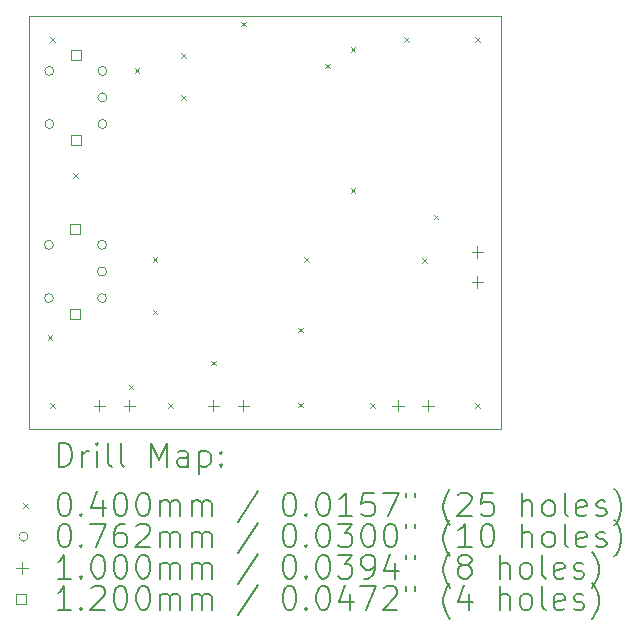
<source format=gbr>
%TF.GenerationSoftware,KiCad,Pcbnew,7.0.7*%
%TF.CreationDate,2023-08-27T14:56:40-04:00*%
%TF.ProjectId,AD831_Mixer,41443833-315f-44d6-9978-65722e6b6963,rev?*%
%TF.SameCoordinates,PX82a7440PY4f27ac0*%
%TF.FileFunction,Drillmap*%
%TF.FilePolarity,Positive*%
%FSLAX45Y45*%
G04 Gerber Fmt 4.5, Leading zero omitted, Abs format (unit mm)*
G04 Created by KiCad (PCBNEW 7.0.7) date 2023-08-27 14:56:40*
%MOMM*%
%LPD*%
G01*
G04 APERTURE LIST*
%ADD10C,0.100000*%
%ADD11C,0.200000*%
%ADD12C,0.040000*%
%ADD13C,0.076200*%
%ADD14C,0.120000*%
G04 APERTURE END LIST*
D10*
X4000000Y0D02*
X4000000Y-3500000D01*
X0Y0D02*
X4000000Y0D01*
X4000000Y-3500000D02*
X0Y-3500000D01*
X0Y-3500000D02*
X0Y0D01*
D11*
D12*
X161100Y-2703600D02*
X201100Y-2743600D01*
X201100Y-2703600D02*
X161100Y-2743600D01*
X180000Y-180000D02*
X220000Y-220000D01*
X220000Y-180000D02*
X180000Y-220000D01*
X180000Y-3280000D02*
X220000Y-3320000D01*
X220000Y-3280000D02*
X180000Y-3320000D01*
X377000Y-1332000D02*
X417000Y-1372000D01*
X417000Y-1332000D02*
X377000Y-1372000D01*
X846900Y-3122700D02*
X886900Y-3162700D01*
X886900Y-3122700D02*
X846900Y-3162700D01*
X897700Y-443000D02*
X937700Y-483000D01*
X937700Y-443000D02*
X897700Y-483000D01*
X1050100Y-2043200D02*
X1090100Y-2083200D01*
X1090100Y-2043200D02*
X1050100Y-2083200D01*
X1050100Y-2487700D02*
X1090100Y-2527700D01*
X1090100Y-2487700D02*
X1050100Y-2527700D01*
X1180000Y-3280000D02*
X1220000Y-3320000D01*
X1220000Y-3280000D02*
X1180000Y-3320000D01*
X1291400Y-316000D02*
X1331400Y-356000D01*
X1331400Y-316000D02*
X1291400Y-356000D01*
X1291400Y-671600D02*
X1331400Y-711600D01*
X1331400Y-671600D02*
X1291400Y-711600D01*
X1545400Y-2919500D02*
X1585400Y-2959500D01*
X1585400Y-2919500D02*
X1545400Y-2959500D01*
X1799400Y-49300D02*
X1839400Y-89300D01*
X1839400Y-49300D02*
X1799400Y-89300D01*
X2282000Y-2640100D02*
X2322000Y-2680100D01*
X2322000Y-2640100D02*
X2282000Y-2680100D01*
X2282000Y-3275100D02*
X2322000Y-3315100D01*
X2322000Y-3275100D02*
X2282000Y-3315100D01*
X2332800Y-2043200D02*
X2372800Y-2083200D01*
X2372800Y-2043200D02*
X2332800Y-2083200D01*
X2510600Y-404900D02*
X2550600Y-444900D01*
X2550600Y-404900D02*
X2510600Y-444900D01*
X2726500Y-265200D02*
X2766500Y-305200D01*
X2766500Y-265200D02*
X2726500Y-305200D01*
X2726500Y-1459000D02*
X2766500Y-1499000D01*
X2766500Y-1459000D02*
X2726500Y-1499000D01*
X2894140Y-3277640D02*
X2934140Y-3317640D01*
X2934140Y-3277640D02*
X2894140Y-3317640D01*
X3180000Y-180000D02*
X3220000Y-220000D01*
X3220000Y-180000D02*
X3180000Y-220000D01*
X3331020Y-2050820D02*
X3371020Y-2090820D01*
X3371020Y-2050820D02*
X3331020Y-2090820D01*
X3430080Y-1682520D02*
X3470080Y-1722520D01*
X3470080Y-1682520D02*
X3430080Y-1722520D01*
X3780000Y-180000D02*
X3820000Y-220000D01*
X3820000Y-180000D02*
X3780000Y-220000D01*
X3780000Y-3280000D02*
X3820000Y-3320000D01*
X3820000Y-3280000D02*
X3780000Y-3320000D01*
D13*
X210100Y-1939800D02*
G75*
G03*
X210100Y-1939800I-38100J0D01*
G01*
X210100Y-2389800D02*
G75*
G03*
X210100Y-2389800I-38100J0D01*
G01*
X213700Y-466600D02*
G75*
G03*
X213700Y-466600I-38100J0D01*
G01*
X213700Y-916600D02*
G75*
G03*
X213700Y-916600I-38100J0D01*
G01*
X660100Y-1939800D02*
G75*
G03*
X660100Y-1939800I-38100J0D01*
G01*
X660100Y-2164800D02*
G75*
G03*
X660100Y-2164800I-38100J0D01*
G01*
X660100Y-2389800D02*
G75*
G03*
X660100Y-2389800I-38100J0D01*
G01*
X663700Y-466600D02*
G75*
G03*
X663700Y-466600I-38100J0D01*
G01*
X663700Y-691600D02*
G75*
G03*
X663700Y-691600I-38100J0D01*
G01*
X663700Y-916600D02*
G75*
G03*
X663700Y-916600I-38100J0D01*
G01*
D10*
X600000Y-3250000D02*
X600000Y-3350000D01*
X550000Y-3300000D02*
X650000Y-3300000D01*
X854000Y-3250000D02*
X854000Y-3350000D01*
X804000Y-3300000D02*
X904000Y-3300000D01*
X1565400Y-3250000D02*
X1565400Y-3350000D01*
X1515400Y-3300000D02*
X1615400Y-3300000D01*
X1819400Y-3250000D02*
X1819400Y-3350000D01*
X1769400Y-3300000D02*
X1869400Y-3300000D01*
X3127500Y-3250000D02*
X3127500Y-3350000D01*
X3077500Y-3300000D02*
X3177500Y-3300000D01*
X3381500Y-3250000D02*
X3381500Y-3350000D01*
X3331500Y-3300000D02*
X3431500Y-3300000D01*
X3800600Y-1950000D02*
X3800600Y-2050000D01*
X3750600Y-2000000D02*
X3850600Y-2000000D01*
X3800600Y-2204000D02*
X3800600Y-2304000D01*
X3750600Y-2254000D02*
X3850600Y-2254000D01*
D14*
X439427Y-1845227D02*
X439427Y-1760373D01*
X354573Y-1760373D01*
X354573Y-1845227D01*
X439427Y-1845227D01*
X439427Y-2569227D02*
X439427Y-2484373D01*
X354573Y-2484373D01*
X354573Y-2569227D01*
X439427Y-2569227D01*
X443027Y-372027D02*
X443027Y-287173D01*
X358173Y-287173D01*
X358173Y-372027D01*
X443027Y-372027D01*
X443027Y-1096027D02*
X443027Y-1011173D01*
X358173Y-1011173D01*
X358173Y-1096027D01*
X443027Y-1096027D01*
D11*
X255777Y-3816484D02*
X255777Y-3616484D01*
X255777Y-3616484D02*
X303396Y-3616484D01*
X303396Y-3616484D02*
X331967Y-3626008D01*
X331967Y-3626008D02*
X351015Y-3645055D01*
X351015Y-3645055D02*
X360539Y-3664103D01*
X360539Y-3664103D02*
X370062Y-3702198D01*
X370062Y-3702198D02*
X370062Y-3730769D01*
X370062Y-3730769D02*
X360539Y-3768865D01*
X360539Y-3768865D02*
X351015Y-3787912D01*
X351015Y-3787912D02*
X331967Y-3806960D01*
X331967Y-3806960D02*
X303396Y-3816484D01*
X303396Y-3816484D02*
X255777Y-3816484D01*
X455777Y-3816484D02*
X455777Y-3683150D01*
X455777Y-3721246D02*
X465301Y-3702198D01*
X465301Y-3702198D02*
X474824Y-3692674D01*
X474824Y-3692674D02*
X493872Y-3683150D01*
X493872Y-3683150D02*
X512920Y-3683150D01*
X579586Y-3816484D02*
X579586Y-3683150D01*
X579586Y-3616484D02*
X570063Y-3626008D01*
X570063Y-3626008D02*
X579586Y-3635531D01*
X579586Y-3635531D02*
X589110Y-3626008D01*
X589110Y-3626008D02*
X579586Y-3616484D01*
X579586Y-3616484D02*
X579586Y-3635531D01*
X703396Y-3816484D02*
X684348Y-3806960D01*
X684348Y-3806960D02*
X674824Y-3787912D01*
X674824Y-3787912D02*
X674824Y-3616484D01*
X808158Y-3816484D02*
X789110Y-3806960D01*
X789110Y-3806960D02*
X779586Y-3787912D01*
X779586Y-3787912D02*
X779586Y-3616484D01*
X1036729Y-3816484D02*
X1036729Y-3616484D01*
X1036729Y-3616484D02*
X1103396Y-3759341D01*
X1103396Y-3759341D02*
X1170063Y-3616484D01*
X1170063Y-3616484D02*
X1170063Y-3816484D01*
X1351015Y-3816484D02*
X1351015Y-3711722D01*
X1351015Y-3711722D02*
X1341491Y-3692674D01*
X1341491Y-3692674D02*
X1322444Y-3683150D01*
X1322444Y-3683150D02*
X1284348Y-3683150D01*
X1284348Y-3683150D02*
X1265301Y-3692674D01*
X1351015Y-3806960D02*
X1331967Y-3816484D01*
X1331967Y-3816484D02*
X1284348Y-3816484D01*
X1284348Y-3816484D02*
X1265301Y-3806960D01*
X1265301Y-3806960D02*
X1255777Y-3787912D01*
X1255777Y-3787912D02*
X1255777Y-3768865D01*
X1255777Y-3768865D02*
X1265301Y-3749817D01*
X1265301Y-3749817D02*
X1284348Y-3740293D01*
X1284348Y-3740293D02*
X1331967Y-3740293D01*
X1331967Y-3740293D02*
X1351015Y-3730769D01*
X1446253Y-3683150D02*
X1446253Y-3883150D01*
X1446253Y-3692674D02*
X1465301Y-3683150D01*
X1465301Y-3683150D02*
X1503396Y-3683150D01*
X1503396Y-3683150D02*
X1522443Y-3692674D01*
X1522443Y-3692674D02*
X1531967Y-3702198D01*
X1531967Y-3702198D02*
X1541491Y-3721246D01*
X1541491Y-3721246D02*
X1541491Y-3778388D01*
X1541491Y-3778388D02*
X1531967Y-3797436D01*
X1531967Y-3797436D02*
X1522443Y-3806960D01*
X1522443Y-3806960D02*
X1503396Y-3816484D01*
X1503396Y-3816484D02*
X1465301Y-3816484D01*
X1465301Y-3816484D02*
X1446253Y-3806960D01*
X1627205Y-3797436D02*
X1636729Y-3806960D01*
X1636729Y-3806960D02*
X1627205Y-3816484D01*
X1627205Y-3816484D02*
X1617682Y-3806960D01*
X1617682Y-3806960D02*
X1627205Y-3797436D01*
X1627205Y-3797436D02*
X1627205Y-3816484D01*
X1627205Y-3692674D02*
X1636729Y-3702198D01*
X1636729Y-3702198D02*
X1627205Y-3711722D01*
X1627205Y-3711722D02*
X1617682Y-3702198D01*
X1617682Y-3702198D02*
X1627205Y-3692674D01*
X1627205Y-3692674D02*
X1627205Y-3711722D01*
D12*
X-45000Y-4125000D02*
X-5000Y-4165000D01*
X-5000Y-4125000D02*
X-45000Y-4165000D01*
D11*
X293872Y-4036484D02*
X312920Y-4036484D01*
X312920Y-4036484D02*
X331967Y-4046008D01*
X331967Y-4046008D02*
X341491Y-4055531D01*
X341491Y-4055531D02*
X351015Y-4074579D01*
X351015Y-4074579D02*
X360539Y-4112674D01*
X360539Y-4112674D02*
X360539Y-4160293D01*
X360539Y-4160293D02*
X351015Y-4198389D01*
X351015Y-4198389D02*
X341491Y-4217436D01*
X341491Y-4217436D02*
X331967Y-4226960D01*
X331967Y-4226960D02*
X312920Y-4236484D01*
X312920Y-4236484D02*
X293872Y-4236484D01*
X293872Y-4236484D02*
X274824Y-4226960D01*
X274824Y-4226960D02*
X265301Y-4217436D01*
X265301Y-4217436D02*
X255777Y-4198389D01*
X255777Y-4198389D02*
X246253Y-4160293D01*
X246253Y-4160293D02*
X246253Y-4112674D01*
X246253Y-4112674D02*
X255777Y-4074579D01*
X255777Y-4074579D02*
X265301Y-4055531D01*
X265301Y-4055531D02*
X274824Y-4046008D01*
X274824Y-4046008D02*
X293872Y-4036484D01*
X446253Y-4217436D02*
X455777Y-4226960D01*
X455777Y-4226960D02*
X446253Y-4236484D01*
X446253Y-4236484D02*
X436729Y-4226960D01*
X436729Y-4226960D02*
X446253Y-4217436D01*
X446253Y-4217436D02*
X446253Y-4236484D01*
X627205Y-4103150D02*
X627205Y-4236484D01*
X579586Y-4026960D02*
X531967Y-4169817D01*
X531967Y-4169817D02*
X655777Y-4169817D01*
X770062Y-4036484D02*
X789110Y-4036484D01*
X789110Y-4036484D02*
X808158Y-4046008D01*
X808158Y-4046008D02*
X817682Y-4055531D01*
X817682Y-4055531D02*
X827205Y-4074579D01*
X827205Y-4074579D02*
X836729Y-4112674D01*
X836729Y-4112674D02*
X836729Y-4160293D01*
X836729Y-4160293D02*
X827205Y-4198389D01*
X827205Y-4198389D02*
X817682Y-4217436D01*
X817682Y-4217436D02*
X808158Y-4226960D01*
X808158Y-4226960D02*
X789110Y-4236484D01*
X789110Y-4236484D02*
X770062Y-4236484D01*
X770062Y-4236484D02*
X751015Y-4226960D01*
X751015Y-4226960D02*
X741491Y-4217436D01*
X741491Y-4217436D02*
X731967Y-4198389D01*
X731967Y-4198389D02*
X722443Y-4160293D01*
X722443Y-4160293D02*
X722443Y-4112674D01*
X722443Y-4112674D02*
X731967Y-4074579D01*
X731967Y-4074579D02*
X741491Y-4055531D01*
X741491Y-4055531D02*
X751015Y-4046008D01*
X751015Y-4046008D02*
X770062Y-4036484D01*
X960539Y-4036484D02*
X979586Y-4036484D01*
X979586Y-4036484D02*
X998634Y-4046008D01*
X998634Y-4046008D02*
X1008158Y-4055531D01*
X1008158Y-4055531D02*
X1017682Y-4074579D01*
X1017682Y-4074579D02*
X1027205Y-4112674D01*
X1027205Y-4112674D02*
X1027205Y-4160293D01*
X1027205Y-4160293D02*
X1017682Y-4198389D01*
X1017682Y-4198389D02*
X1008158Y-4217436D01*
X1008158Y-4217436D02*
X998634Y-4226960D01*
X998634Y-4226960D02*
X979586Y-4236484D01*
X979586Y-4236484D02*
X960539Y-4236484D01*
X960539Y-4236484D02*
X941491Y-4226960D01*
X941491Y-4226960D02*
X931967Y-4217436D01*
X931967Y-4217436D02*
X922443Y-4198389D01*
X922443Y-4198389D02*
X912920Y-4160293D01*
X912920Y-4160293D02*
X912920Y-4112674D01*
X912920Y-4112674D02*
X922443Y-4074579D01*
X922443Y-4074579D02*
X931967Y-4055531D01*
X931967Y-4055531D02*
X941491Y-4046008D01*
X941491Y-4046008D02*
X960539Y-4036484D01*
X1112920Y-4236484D02*
X1112920Y-4103150D01*
X1112920Y-4122198D02*
X1122444Y-4112674D01*
X1122444Y-4112674D02*
X1141491Y-4103150D01*
X1141491Y-4103150D02*
X1170063Y-4103150D01*
X1170063Y-4103150D02*
X1189110Y-4112674D01*
X1189110Y-4112674D02*
X1198634Y-4131722D01*
X1198634Y-4131722D02*
X1198634Y-4236484D01*
X1198634Y-4131722D02*
X1208158Y-4112674D01*
X1208158Y-4112674D02*
X1227205Y-4103150D01*
X1227205Y-4103150D02*
X1255777Y-4103150D01*
X1255777Y-4103150D02*
X1274825Y-4112674D01*
X1274825Y-4112674D02*
X1284348Y-4131722D01*
X1284348Y-4131722D02*
X1284348Y-4236484D01*
X1379586Y-4236484D02*
X1379586Y-4103150D01*
X1379586Y-4122198D02*
X1389110Y-4112674D01*
X1389110Y-4112674D02*
X1408158Y-4103150D01*
X1408158Y-4103150D02*
X1436729Y-4103150D01*
X1436729Y-4103150D02*
X1455777Y-4112674D01*
X1455777Y-4112674D02*
X1465301Y-4131722D01*
X1465301Y-4131722D02*
X1465301Y-4236484D01*
X1465301Y-4131722D02*
X1474824Y-4112674D01*
X1474824Y-4112674D02*
X1493872Y-4103150D01*
X1493872Y-4103150D02*
X1522443Y-4103150D01*
X1522443Y-4103150D02*
X1541491Y-4112674D01*
X1541491Y-4112674D02*
X1551015Y-4131722D01*
X1551015Y-4131722D02*
X1551015Y-4236484D01*
X1941491Y-4026960D02*
X1770063Y-4284103D01*
X2198634Y-4036484D02*
X2217682Y-4036484D01*
X2217682Y-4036484D02*
X2236729Y-4046008D01*
X2236729Y-4046008D02*
X2246253Y-4055531D01*
X2246253Y-4055531D02*
X2255777Y-4074579D01*
X2255777Y-4074579D02*
X2265301Y-4112674D01*
X2265301Y-4112674D02*
X2265301Y-4160293D01*
X2265301Y-4160293D02*
X2255777Y-4198389D01*
X2255777Y-4198389D02*
X2246253Y-4217436D01*
X2246253Y-4217436D02*
X2236729Y-4226960D01*
X2236729Y-4226960D02*
X2217682Y-4236484D01*
X2217682Y-4236484D02*
X2198634Y-4236484D01*
X2198634Y-4236484D02*
X2179587Y-4226960D01*
X2179587Y-4226960D02*
X2170063Y-4217436D01*
X2170063Y-4217436D02*
X2160539Y-4198389D01*
X2160539Y-4198389D02*
X2151015Y-4160293D01*
X2151015Y-4160293D02*
X2151015Y-4112674D01*
X2151015Y-4112674D02*
X2160539Y-4074579D01*
X2160539Y-4074579D02*
X2170063Y-4055531D01*
X2170063Y-4055531D02*
X2179587Y-4046008D01*
X2179587Y-4046008D02*
X2198634Y-4036484D01*
X2351015Y-4217436D02*
X2360539Y-4226960D01*
X2360539Y-4226960D02*
X2351015Y-4236484D01*
X2351015Y-4236484D02*
X2341491Y-4226960D01*
X2341491Y-4226960D02*
X2351015Y-4217436D01*
X2351015Y-4217436D02*
X2351015Y-4236484D01*
X2484348Y-4036484D02*
X2503396Y-4036484D01*
X2503396Y-4036484D02*
X2522444Y-4046008D01*
X2522444Y-4046008D02*
X2531968Y-4055531D01*
X2531968Y-4055531D02*
X2541491Y-4074579D01*
X2541491Y-4074579D02*
X2551015Y-4112674D01*
X2551015Y-4112674D02*
X2551015Y-4160293D01*
X2551015Y-4160293D02*
X2541491Y-4198389D01*
X2541491Y-4198389D02*
X2531968Y-4217436D01*
X2531968Y-4217436D02*
X2522444Y-4226960D01*
X2522444Y-4226960D02*
X2503396Y-4236484D01*
X2503396Y-4236484D02*
X2484348Y-4236484D01*
X2484348Y-4236484D02*
X2465301Y-4226960D01*
X2465301Y-4226960D02*
X2455777Y-4217436D01*
X2455777Y-4217436D02*
X2446253Y-4198389D01*
X2446253Y-4198389D02*
X2436729Y-4160293D01*
X2436729Y-4160293D02*
X2436729Y-4112674D01*
X2436729Y-4112674D02*
X2446253Y-4074579D01*
X2446253Y-4074579D02*
X2455777Y-4055531D01*
X2455777Y-4055531D02*
X2465301Y-4046008D01*
X2465301Y-4046008D02*
X2484348Y-4036484D01*
X2741491Y-4236484D02*
X2627206Y-4236484D01*
X2684348Y-4236484D02*
X2684348Y-4036484D01*
X2684348Y-4036484D02*
X2665301Y-4065055D01*
X2665301Y-4065055D02*
X2646253Y-4084103D01*
X2646253Y-4084103D02*
X2627206Y-4093627D01*
X2922444Y-4036484D02*
X2827206Y-4036484D01*
X2827206Y-4036484D02*
X2817682Y-4131722D01*
X2817682Y-4131722D02*
X2827206Y-4122198D01*
X2827206Y-4122198D02*
X2846253Y-4112674D01*
X2846253Y-4112674D02*
X2893872Y-4112674D01*
X2893872Y-4112674D02*
X2912920Y-4122198D01*
X2912920Y-4122198D02*
X2922444Y-4131722D01*
X2922444Y-4131722D02*
X2931967Y-4150769D01*
X2931967Y-4150769D02*
X2931967Y-4198389D01*
X2931967Y-4198389D02*
X2922444Y-4217436D01*
X2922444Y-4217436D02*
X2912920Y-4226960D01*
X2912920Y-4226960D02*
X2893872Y-4236484D01*
X2893872Y-4236484D02*
X2846253Y-4236484D01*
X2846253Y-4236484D02*
X2827206Y-4226960D01*
X2827206Y-4226960D02*
X2817682Y-4217436D01*
X2998634Y-4036484D02*
X3131967Y-4036484D01*
X3131967Y-4036484D02*
X3046253Y-4236484D01*
X3198634Y-4036484D02*
X3198634Y-4074579D01*
X3274825Y-4036484D02*
X3274825Y-4074579D01*
X3570063Y-4312674D02*
X3560539Y-4303150D01*
X3560539Y-4303150D02*
X3541491Y-4274579D01*
X3541491Y-4274579D02*
X3531968Y-4255531D01*
X3531968Y-4255531D02*
X3522444Y-4226960D01*
X3522444Y-4226960D02*
X3512920Y-4179341D01*
X3512920Y-4179341D02*
X3512920Y-4141246D01*
X3512920Y-4141246D02*
X3522444Y-4093627D01*
X3522444Y-4093627D02*
X3531968Y-4065055D01*
X3531968Y-4065055D02*
X3541491Y-4046008D01*
X3541491Y-4046008D02*
X3560539Y-4017436D01*
X3560539Y-4017436D02*
X3570063Y-4007912D01*
X3636729Y-4055531D02*
X3646253Y-4046008D01*
X3646253Y-4046008D02*
X3665301Y-4036484D01*
X3665301Y-4036484D02*
X3712920Y-4036484D01*
X3712920Y-4036484D02*
X3731968Y-4046008D01*
X3731968Y-4046008D02*
X3741491Y-4055531D01*
X3741491Y-4055531D02*
X3751015Y-4074579D01*
X3751015Y-4074579D02*
X3751015Y-4093627D01*
X3751015Y-4093627D02*
X3741491Y-4122198D01*
X3741491Y-4122198D02*
X3627206Y-4236484D01*
X3627206Y-4236484D02*
X3751015Y-4236484D01*
X3931968Y-4036484D02*
X3836729Y-4036484D01*
X3836729Y-4036484D02*
X3827206Y-4131722D01*
X3827206Y-4131722D02*
X3836729Y-4122198D01*
X3836729Y-4122198D02*
X3855777Y-4112674D01*
X3855777Y-4112674D02*
X3903396Y-4112674D01*
X3903396Y-4112674D02*
X3922444Y-4122198D01*
X3922444Y-4122198D02*
X3931968Y-4131722D01*
X3931968Y-4131722D02*
X3941491Y-4150769D01*
X3941491Y-4150769D02*
X3941491Y-4198389D01*
X3941491Y-4198389D02*
X3931968Y-4217436D01*
X3931968Y-4217436D02*
X3922444Y-4226960D01*
X3922444Y-4226960D02*
X3903396Y-4236484D01*
X3903396Y-4236484D02*
X3855777Y-4236484D01*
X3855777Y-4236484D02*
X3836729Y-4226960D01*
X3836729Y-4226960D02*
X3827206Y-4217436D01*
X4179587Y-4236484D02*
X4179587Y-4036484D01*
X4265301Y-4236484D02*
X4265301Y-4131722D01*
X4265301Y-4131722D02*
X4255777Y-4112674D01*
X4255777Y-4112674D02*
X4236730Y-4103150D01*
X4236730Y-4103150D02*
X4208158Y-4103150D01*
X4208158Y-4103150D02*
X4189110Y-4112674D01*
X4189110Y-4112674D02*
X4179587Y-4122198D01*
X4389111Y-4236484D02*
X4370063Y-4226960D01*
X4370063Y-4226960D02*
X4360539Y-4217436D01*
X4360539Y-4217436D02*
X4351015Y-4198389D01*
X4351015Y-4198389D02*
X4351015Y-4141246D01*
X4351015Y-4141246D02*
X4360539Y-4122198D01*
X4360539Y-4122198D02*
X4370063Y-4112674D01*
X4370063Y-4112674D02*
X4389111Y-4103150D01*
X4389111Y-4103150D02*
X4417682Y-4103150D01*
X4417682Y-4103150D02*
X4436730Y-4112674D01*
X4436730Y-4112674D02*
X4446253Y-4122198D01*
X4446253Y-4122198D02*
X4455777Y-4141246D01*
X4455777Y-4141246D02*
X4455777Y-4198389D01*
X4455777Y-4198389D02*
X4446253Y-4217436D01*
X4446253Y-4217436D02*
X4436730Y-4226960D01*
X4436730Y-4226960D02*
X4417682Y-4236484D01*
X4417682Y-4236484D02*
X4389111Y-4236484D01*
X4570063Y-4236484D02*
X4551015Y-4226960D01*
X4551015Y-4226960D02*
X4541492Y-4207912D01*
X4541492Y-4207912D02*
X4541492Y-4036484D01*
X4722444Y-4226960D02*
X4703396Y-4236484D01*
X4703396Y-4236484D02*
X4665301Y-4236484D01*
X4665301Y-4236484D02*
X4646253Y-4226960D01*
X4646253Y-4226960D02*
X4636730Y-4207912D01*
X4636730Y-4207912D02*
X4636730Y-4131722D01*
X4636730Y-4131722D02*
X4646253Y-4112674D01*
X4646253Y-4112674D02*
X4665301Y-4103150D01*
X4665301Y-4103150D02*
X4703396Y-4103150D01*
X4703396Y-4103150D02*
X4722444Y-4112674D01*
X4722444Y-4112674D02*
X4731968Y-4131722D01*
X4731968Y-4131722D02*
X4731968Y-4150769D01*
X4731968Y-4150769D02*
X4636730Y-4169817D01*
X4808158Y-4226960D02*
X4827206Y-4236484D01*
X4827206Y-4236484D02*
X4865301Y-4236484D01*
X4865301Y-4236484D02*
X4884349Y-4226960D01*
X4884349Y-4226960D02*
X4893873Y-4207912D01*
X4893873Y-4207912D02*
X4893873Y-4198389D01*
X4893873Y-4198389D02*
X4884349Y-4179341D01*
X4884349Y-4179341D02*
X4865301Y-4169817D01*
X4865301Y-4169817D02*
X4836730Y-4169817D01*
X4836730Y-4169817D02*
X4817682Y-4160293D01*
X4817682Y-4160293D02*
X4808158Y-4141246D01*
X4808158Y-4141246D02*
X4808158Y-4131722D01*
X4808158Y-4131722D02*
X4817682Y-4112674D01*
X4817682Y-4112674D02*
X4836730Y-4103150D01*
X4836730Y-4103150D02*
X4865301Y-4103150D01*
X4865301Y-4103150D02*
X4884349Y-4112674D01*
X4960539Y-4312674D02*
X4970063Y-4303150D01*
X4970063Y-4303150D02*
X4989111Y-4274579D01*
X4989111Y-4274579D02*
X4998634Y-4255531D01*
X4998634Y-4255531D02*
X5008158Y-4226960D01*
X5008158Y-4226960D02*
X5017682Y-4179341D01*
X5017682Y-4179341D02*
X5017682Y-4141246D01*
X5017682Y-4141246D02*
X5008158Y-4093627D01*
X5008158Y-4093627D02*
X4998634Y-4065055D01*
X4998634Y-4065055D02*
X4989111Y-4046008D01*
X4989111Y-4046008D02*
X4970063Y-4017436D01*
X4970063Y-4017436D02*
X4960539Y-4007912D01*
D13*
X-5000Y-4409000D02*
G75*
G03*
X-5000Y-4409000I-38100J0D01*
G01*
D11*
X293872Y-4300484D02*
X312920Y-4300484D01*
X312920Y-4300484D02*
X331967Y-4310008D01*
X331967Y-4310008D02*
X341491Y-4319531D01*
X341491Y-4319531D02*
X351015Y-4338579D01*
X351015Y-4338579D02*
X360539Y-4376674D01*
X360539Y-4376674D02*
X360539Y-4424293D01*
X360539Y-4424293D02*
X351015Y-4462389D01*
X351015Y-4462389D02*
X341491Y-4481436D01*
X341491Y-4481436D02*
X331967Y-4490960D01*
X331967Y-4490960D02*
X312920Y-4500484D01*
X312920Y-4500484D02*
X293872Y-4500484D01*
X293872Y-4500484D02*
X274824Y-4490960D01*
X274824Y-4490960D02*
X265301Y-4481436D01*
X265301Y-4481436D02*
X255777Y-4462389D01*
X255777Y-4462389D02*
X246253Y-4424293D01*
X246253Y-4424293D02*
X246253Y-4376674D01*
X246253Y-4376674D02*
X255777Y-4338579D01*
X255777Y-4338579D02*
X265301Y-4319531D01*
X265301Y-4319531D02*
X274824Y-4310008D01*
X274824Y-4310008D02*
X293872Y-4300484D01*
X446253Y-4481436D02*
X455777Y-4490960D01*
X455777Y-4490960D02*
X446253Y-4500484D01*
X446253Y-4500484D02*
X436729Y-4490960D01*
X436729Y-4490960D02*
X446253Y-4481436D01*
X446253Y-4481436D02*
X446253Y-4500484D01*
X522443Y-4300484D02*
X655777Y-4300484D01*
X655777Y-4300484D02*
X570063Y-4500484D01*
X817682Y-4300484D02*
X779586Y-4300484D01*
X779586Y-4300484D02*
X760539Y-4310008D01*
X760539Y-4310008D02*
X751015Y-4319531D01*
X751015Y-4319531D02*
X731967Y-4348103D01*
X731967Y-4348103D02*
X722443Y-4386198D01*
X722443Y-4386198D02*
X722443Y-4462389D01*
X722443Y-4462389D02*
X731967Y-4481436D01*
X731967Y-4481436D02*
X741491Y-4490960D01*
X741491Y-4490960D02*
X760539Y-4500484D01*
X760539Y-4500484D02*
X798634Y-4500484D01*
X798634Y-4500484D02*
X817682Y-4490960D01*
X817682Y-4490960D02*
X827205Y-4481436D01*
X827205Y-4481436D02*
X836729Y-4462389D01*
X836729Y-4462389D02*
X836729Y-4414770D01*
X836729Y-4414770D02*
X827205Y-4395722D01*
X827205Y-4395722D02*
X817682Y-4386198D01*
X817682Y-4386198D02*
X798634Y-4376674D01*
X798634Y-4376674D02*
X760539Y-4376674D01*
X760539Y-4376674D02*
X741491Y-4386198D01*
X741491Y-4386198D02*
X731967Y-4395722D01*
X731967Y-4395722D02*
X722443Y-4414770D01*
X912920Y-4319531D02*
X922443Y-4310008D01*
X922443Y-4310008D02*
X941491Y-4300484D01*
X941491Y-4300484D02*
X989110Y-4300484D01*
X989110Y-4300484D02*
X1008158Y-4310008D01*
X1008158Y-4310008D02*
X1017682Y-4319531D01*
X1017682Y-4319531D02*
X1027205Y-4338579D01*
X1027205Y-4338579D02*
X1027205Y-4357627D01*
X1027205Y-4357627D02*
X1017682Y-4386198D01*
X1017682Y-4386198D02*
X903396Y-4500484D01*
X903396Y-4500484D02*
X1027205Y-4500484D01*
X1112920Y-4500484D02*
X1112920Y-4367150D01*
X1112920Y-4386198D02*
X1122444Y-4376674D01*
X1122444Y-4376674D02*
X1141491Y-4367150D01*
X1141491Y-4367150D02*
X1170063Y-4367150D01*
X1170063Y-4367150D02*
X1189110Y-4376674D01*
X1189110Y-4376674D02*
X1198634Y-4395722D01*
X1198634Y-4395722D02*
X1198634Y-4500484D01*
X1198634Y-4395722D02*
X1208158Y-4376674D01*
X1208158Y-4376674D02*
X1227205Y-4367150D01*
X1227205Y-4367150D02*
X1255777Y-4367150D01*
X1255777Y-4367150D02*
X1274825Y-4376674D01*
X1274825Y-4376674D02*
X1284348Y-4395722D01*
X1284348Y-4395722D02*
X1284348Y-4500484D01*
X1379586Y-4500484D02*
X1379586Y-4367150D01*
X1379586Y-4386198D02*
X1389110Y-4376674D01*
X1389110Y-4376674D02*
X1408158Y-4367150D01*
X1408158Y-4367150D02*
X1436729Y-4367150D01*
X1436729Y-4367150D02*
X1455777Y-4376674D01*
X1455777Y-4376674D02*
X1465301Y-4395722D01*
X1465301Y-4395722D02*
X1465301Y-4500484D01*
X1465301Y-4395722D02*
X1474824Y-4376674D01*
X1474824Y-4376674D02*
X1493872Y-4367150D01*
X1493872Y-4367150D02*
X1522443Y-4367150D01*
X1522443Y-4367150D02*
X1541491Y-4376674D01*
X1541491Y-4376674D02*
X1551015Y-4395722D01*
X1551015Y-4395722D02*
X1551015Y-4500484D01*
X1941491Y-4290960D02*
X1770063Y-4548103D01*
X2198634Y-4300484D02*
X2217682Y-4300484D01*
X2217682Y-4300484D02*
X2236729Y-4310008D01*
X2236729Y-4310008D02*
X2246253Y-4319531D01*
X2246253Y-4319531D02*
X2255777Y-4338579D01*
X2255777Y-4338579D02*
X2265301Y-4376674D01*
X2265301Y-4376674D02*
X2265301Y-4424293D01*
X2265301Y-4424293D02*
X2255777Y-4462389D01*
X2255777Y-4462389D02*
X2246253Y-4481436D01*
X2246253Y-4481436D02*
X2236729Y-4490960D01*
X2236729Y-4490960D02*
X2217682Y-4500484D01*
X2217682Y-4500484D02*
X2198634Y-4500484D01*
X2198634Y-4500484D02*
X2179587Y-4490960D01*
X2179587Y-4490960D02*
X2170063Y-4481436D01*
X2170063Y-4481436D02*
X2160539Y-4462389D01*
X2160539Y-4462389D02*
X2151015Y-4424293D01*
X2151015Y-4424293D02*
X2151015Y-4376674D01*
X2151015Y-4376674D02*
X2160539Y-4338579D01*
X2160539Y-4338579D02*
X2170063Y-4319531D01*
X2170063Y-4319531D02*
X2179587Y-4310008D01*
X2179587Y-4310008D02*
X2198634Y-4300484D01*
X2351015Y-4481436D02*
X2360539Y-4490960D01*
X2360539Y-4490960D02*
X2351015Y-4500484D01*
X2351015Y-4500484D02*
X2341491Y-4490960D01*
X2341491Y-4490960D02*
X2351015Y-4481436D01*
X2351015Y-4481436D02*
X2351015Y-4500484D01*
X2484348Y-4300484D02*
X2503396Y-4300484D01*
X2503396Y-4300484D02*
X2522444Y-4310008D01*
X2522444Y-4310008D02*
X2531968Y-4319531D01*
X2531968Y-4319531D02*
X2541491Y-4338579D01*
X2541491Y-4338579D02*
X2551015Y-4376674D01*
X2551015Y-4376674D02*
X2551015Y-4424293D01*
X2551015Y-4424293D02*
X2541491Y-4462389D01*
X2541491Y-4462389D02*
X2531968Y-4481436D01*
X2531968Y-4481436D02*
X2522444Y-4490960D01*
X2522444Y-4490960D02*
X2503396Y-4500484D01*
X2503396Y-4500484D02*
X2484348Y-4500484D01*
X2484348Y-4500484D02*
X2465301Y-4490960D01*
X2465301Y-4490960D02*
X2455777Y-4481436D01*
X2455777Y-4481436D02*
X2446253Y-4462389D01*
X2446253Y-4462389D02*
X2436729Y-4424293D01*
X2436729Y-4424293D02*
X2436729Y-4376674D01*
X2436729Y-4376674D02*
X2446253Y-4338579D01*
X2446253Y-4338579D02*
X2455777Y-4319531D01*
X2455777Y-4319531D02*
X2465301Y-4310008D01*
X2465301Y-4310008D02*
X2484348Y-4300484D01*
X2617682Y-4300484D02*
X2741491Y-4300484D01*
X2741491Y-4300484D02*
X2674825Y-4376674D01*
X2674825Y-4376674D02*
X2703396Y-4376674D01*
X2703396Y-4376674D02*
X2722444Y-4386198D01*
X2722444Y-4386198D02*
X2731968Y-4395722D01*
X2731968Y-4395722D02*
X2741491Y-4414770D01*
X2741491Y-4414770D02*
X2741491Y-4462389D01*
X2741491Y-4462389D02*
X2731968Y-4481436D01*
X2731968Y-4481436D02*
X2722444Y-4490960D01*
X2722444Y-4490960D02*
X2703396Y-4500484D01*
X2703396Y-4500484D02*
X2646253Y-4500484D01*
X2646253Y-4500484D02*
X2627206Y-4490960D01*
X2627206Y-4490960D02*
X2617682Y-4481436D01*
X2865301Y-4300484D02*
X2884348Y-4300484D01*
X2884348Y-4300484D02*
X2903396Y-4310008D01*
X2903396Y-4310008D02*
X2912920Y-4319531D01*
X2912920Y-4319531D02*
X2922444Y-4338579D01*
X2922444Y-4338579D02*
X2931967Y-4376674D01*
X2931967Y-4376674D02*
X2931967Y-4424293D01*
X2931967Y-4424293D02*
X2922444Y-4462389D01*
X2922444Y-4462389D02*
X2912920Y-4481436D01*
X2912920Y-4481436D02*
X2903396Y-4490960D01*
X2903396Y-4490960D02*
X2884348Y-4500484D01*
X2884348Y-4500484D02*
X2865301Y-4500484D01*
X2865301Y-4500484D02*
X2846253Y-4490960D01*
X2846253Y-4490960D02*
X2836729Y-4481436D01*
X2836729Y-4481436D02*
X2827206Y-4462389D01*
X2827206Y-4462389D02*
X2817682Y-4424293D01*
X2817682Y-4424293D02*
X2817682Y-4376674D01*
X2817682Y-4376674D02*
X2827206Y-4338579D01*
X2827206Y-4338579D02*
X2836729Y-4319531D01*
X2836729Y-4319531D02*
X2846253Y-4310008D01*
X2846253Y-4310008D02*
X2865301Y-4300484D01*
X3055777Y-4300484D02*
X3074825Y-4300484D01*
X3074825Y-4300484D02*
X3093872Y-4310008D01*
X3093872Y-4310008D02*
X3103396Y-4319531D01*
X3103396Y-4319531D02*
X3112920Y-4338579D01*
X3112920Y-4338579D02*
X3122444Y-4376674D01*
X3122444Y-4376674D02*
X3122444Y-4424293D01*
X3122444Y-4424293D02*
X3112920Y-4462389D01*
X3112920Y-4462389D02*
X3103396Y-4481436D01*
X3103396Y-4481436D02*
X3093872Y-4490960D01*
X3093872Y-4490960D02*
X3074825Y-4500484D01*
X3074825Y-4500484D02*
X3055777Y-4500484D01*
X3055777Y-4500484D02*
X3036729Y-4490960D01*
X3036729Y-4490960D02*
X3027206Y-4481436D01*
X3027206Y-4481436D02*
X3017682Y-4462389D01*
X3017682Y-4462389D02*
X3008158Y-4424293D01*
X3008158Y-4424293D02*
X3008158Y-4376674D01*
X3008158Y-4376674D02*
X3017682Y-4338579D01*
X3017682Y-4338579D02*
X3027206Y-4319531D01*
X3027206Y-4319531D02*
X3036729Y-4310008D01*
X3036729Y-4310008D02*
X3055777Y-4300484D01*
X3198634Y-4300484D02*
X3198634Y-4338579D01*
X3274825Y-4300484D02*
X3274825Y-4338579D01*
X3570063Y-4576674D02*
X3560539Y-4567150D01*
X3560539Y-4567150D02*
X3541491Y-4538579D01*
X3541491Y-4538579D02*
X3531968Y-4519531D01*
X3531968Y-4519531D02*
X3522444Y-4490960D01*
X3522444Y-4490960D02*
X3512920Y-4443341D01*
X3512920Y-4443341D02*
X3512920Y-4405246D01*
X3512920Y-4405246D02*
X3522444Y-4357627D01*
X3522444Y-4357627D02*
X3531968Y-4329055D01*
X3531968Y-4329055D02*
X3541491Y-4310008D01*
X3541491Y-4310008D02*
X3560539Y-4281436D01*
X3560539Y-4281436D02*
X3570063Y-4271912D01*
X3751015Y-4500484D02*
X3636729Y-4500484D01*
X3693872Y-4500484D02*
X3693872Y-4300484D01*
X3693872Y-4300484D02*
X3674825Y-4329055D01*
X3674825Y-4329055D02*
X3655777Y-4348103D01*
X3655777Y-4348103D02*
X3636729Y-4357627D01*
X3874825Y-4300484D02*
X3893872Y-4300484D01*
X3893872Y-4300484D02*
X3912920Y-4310008D01*
X3912920Y-4310008D02*
X3922444Y-4319531D01*
X3922444Y-4319531D02*
X3931968Y-4338579D01*
X3931968Y-4338579D02*
X3941491Y-4376674D01*
X3941491Y-4376674D02*
X3941491Y-4424293D01*
X3941491Y-4424293D02*
X3931968Y-4462389D01*
X3931968Y-4462389D02*
X3922444Y-4481436D01*
X3922444Y-4481436D02*
X3912920Y-4490960D01*
X3912920Y-4490960D02*
X3893872Y-4500484D01*
X3893872Y-4500484D02*
X3874825Y-4500484D01*
X3874825Y-4500484D02*
X3855777Y-4490960D01*
X3855777Y-4490960D02*
X3846253Y-4481436D01*
X3846253Y-4481436D02*
X3836729Y-4462389D01*
X3836729Y-4462389D02*
X3827206Y-4424293D01*
X3827206Y-4424293D02*
X3827206Y-4376674D01*
X3827206Y-4376674D02*
X3836729Y-4338579D01*
X3836729Y-4338579D02*
X3846253Y-4319531D01*
X3846253Y-4319531D02*
X3855777Y-4310008D01*
X3855777Y-4310008D02*
X3874825Y-4300484D01*
X4179587Y-4500484D02*
X4179587Y-4300484D01*
X4265301Y-4500484D02*
X4265301Y-4395722D01*
X4265301Y-4395722D02*
X4255777Y-4376674D01*
X4255777Y-4376674D02*
X4236730Y-4367150D01*
X4236730Y-4367150D02*
X4208158Y-4367150D01*
X4208158Y-4367150D02*
X4189110Y-4376674D01*
X4189110Y-4376674D02*
X4179587Y-4386198D01*
X4389111Y-4500484D02*
X4370063Y-4490960D01*
X4370063Y-4490960D02*
X4360539Y-4481436D01*
X4360539Y-4481436D02*
X4351015Y-4462389D01*
X4351015Y-4462389D02*
X4351015Y-4405246D01*
X4351015Y-4405246D02*
X4360539Y-4386198D01*
X4360539Y-4386198D02*
X4370063Y-4376674D01*
X4370063Y-4376674D02*
X4389111Y-4367150D01*
X4389111Y-4367150D02*
X4417682Y-4367150D01*
X4417682Y-4367150D02*
X4436730Y-4376674D01*
X4436730Y-4376674D02*
X4446253Y-4386198D01*
X4446253Y-4386198D02*
X4455777Y-4405246D01*
X4455777Y-4405246D02*
X4455777Y-4462389D01*
X4455777Y-4462389D02*
X4446253Y-4481436D01*
X4446253Y-4481436D02*
X4436730Y-4490960D01*
X4436730Y-4490960D02*
X4417682Y-4500484D01*
X4417682Y-4500484D02*
X4389111Y-4500484D01*
X4570063Y-4500484D02*
X4551015Y-4490960D01*
X4551015Y-4490960D02*
X4541492Y-4471912D01*
X4541492Y-4471912D02*
X4541492Y-4300484D01*
X4722444Y-4490960D02*
X4703396Y-4500484D01*
X4703396Y-4500484D02*
X4665301Y-4500484D01*
X4665301Y-4500484D02*
X4646253Y-4490960D01*
X4646253Y-4490960D02*
X4636730Y-4471912D01*
X4636730Y-4471912D02*
X4636730Y-4395722D01*
X4636730Y-4395722D02*
X4646253Y-4376674D01*
X4646253Y-4376674D02*
X4665301Y-4367150D01*
X4665301Y-4367150D02*
X4703396Y-4367150D01*
X4703396Y-4367150D02*
X4722444Y-4376674D01*
X4722444Y-4376674D02*
X4731968Y-4395722D01*
X4731968Y-4395722D02*
X4731968Y-4414770D01*
X4731968Y-4414770D02*
X4636730Y-4433817D01*
X4808158Y-4490960D02*
X4827206Y-4500484D01*
X4827206Y-4500484D02*
X4865301Y-4500484D01*
X4865301Y-4500484D02*
X4884349Y-4490960D01*
X4884349Y-4490960D02*
X4893873Y-4471912D01*
X4893873Y-4471912D02*
X4893873Y-4462389D01*
X4893873Y-4462389D02*
X4884349Y-4443341D01*
X4884349Y-4443341D02*
X4865301Y-4433817D01*
X4865301Y-4433817D02*
X4836730Y-4433817D01*
X4836730Y-4433817D02*
X4817682Y-4424293D01*
X4817682Y-4424293D02*
X4808158Y-4405246D01*
X4808158Y-4405246D02*
X4808158Y-4395722D01*
X4808158Y-4395722D02*
X4817682Y-4376674D01*
X4817682Y-4376674D02*
X4836730Y-4367150D01*
X4836730Y-4367150D02*
X4865301Y-4367150D01*
X4865301Y-4367150D02*
X4884349Y-4376674D01*
X4960539Y-4576674D02*
X4970063Y-4567150D01*
X4970063Y-4567150D02*
X4989111Y-4538579D01*
X4989111Y-4538579D02*
X4998634Y-4519531D01*
X4998634Y-4519531D02*
X5008158Y-4490960D01*
X5008158Y-4490960D02*
X5017682Y-4443341D01*
X5017682Y-4443341D02*
X5017682Y-4405246D01*
X5017682Y-4405246D02*
X5008158Y-4357627D01*
X5008158Y-4357627D02*
X4998634Y-4329055D01*
X4998634Y-4329055D02*
X4989111Y-4310008D01*
X4989111Y-4310008D02*
X4970063Y-4281436D01*
X4970063Y-4281436D02*
X4960539Y-4271912D01*
D10*
X-55000Y-4623000D02*
X-55000Y-4723000D01*
X-105000Y-4673000D02*
X-5000Y-4673000D01*
D11*
X360539Y-4764484D02*
X246253Y-4764484D01*
X303396Y-4764484D02*
X303396Y-4564484D01*
X303396Y-4564484D02*
X284348Y-4593055D01*
X284348Y-4593055D02*
X265301Y-4612103D01*
X265301Y-4612103D02*
X246253Y-4621627D01*
X446253Y-4745436D02*
X455777Y-4754960D01*
X455777Y-4754960D02*
X446253Y-4764484D01*
X446253Y-4764484D02*
X436729Y-4754960D01*
X436729Y-4754960D02*
X446253Y-4745436D01*
X446253Y-4745436D02*
X446253Y-4764484D01*
X579586Y-4564484D02*
X598634Y-4564484D01*
X598634Y-4564484D02*
X617682Y-4574008D01*
X617682Y-4574008D02*
X627205Y-4583531D01*
X627205Y-4583531D02*
X636729Y-4602579D01*
X636729Y-4602579D02*
X646253Y-4640674D01*
X646253Y-4640674D02*
X646253Y-4688293D01*
X646253Y-4688293D02*
X636729Y-4726389D01*
X636729Y-4726389D02*
X627205Y-4745436D01*
X627205Y-4745436D02*
X617682Y-4754960D01*
X617682Y-4754960D02*
X598634Y-4764484D01*
X598634Y-4764484D02*
X579586Y-4764484D01*
X579586Y-4764484D02*
X560539Y-4754960D01*
X560539Y-4754960D02*
X551015Y-4745436D01*
X551015Y-4745436D02*
X541491Y-4726389D01*
X541491Y-4726389D02*
X531967Y-4688293D01*
X531967Y-4688293D02*
X531967Y-4640674D01*
X531967Y-4640674D02*
X541491Y-4602579D01*
X541491Y-4602579D02*
X551015Y-4583531D01*
X551015Y-4583531D02*
X560539Y-4574008D01*
X560539Y-4574008D02*
X579586Y-4564484D01*
X770062Y-4564484D02*
X789110Y-4564484D01*
X789110Y-4564484D02*
X808158Y-4574008D01*
X808158Y-4574008D02*
X817682Y-4583531D01*
X817682Y-4583531D02*
X827205Y-4602579D01*
X827205Y-4602579D02*
X836729Y-4640674D01*
X836729Y-4640674D02*
X836729Y-4688293D01*
X836729Y-4688293D02*
X827205Y-4726389D01*
X827205Y-4726389D02*
X817682Y-4745436D01*
X817682Y-4745436D02*
X808158Y-4754960D01*
X808158Y-4754960D02*
X789110Y-4764484D01*
X789110Y-4764484D02*
X770062Y-4764484D01*
X770062Y-4764484D02*
X751015Y-4754960D01*
X751015Y-4754960D02*
X741491Y-4745436D01*
X741491Y-4745436D02*
X731967Y-4726389D01*
X731967Y-4726389D02*
X722443Y-4688293D01*
X722443Y-4688293D02*
X722443Y-4640674D01*
X722443Y-4640674D02*
X731967Y-4602579D01*
X731967Y-4602579D02*
X741491Y-4583531D01*
X741491Y-4583531D02*
X751015Y-4574008D01*
X751015Y-4574008D02*
X770062Y-4564484D01*
X960539Y-4564484D02*
X979586Y-4564484D01*
X979586Y-4564484D02*
X998634Y-4574008D01*
X998634Y-4574008D02*
X1008158Y-4583531D01*
X1008158Y-4583531D02*
X1017682Y-4602579D01*
X1017682Y-4602579D02*
X1027205Y-4640674D01*
X1027205Y-4640674D02*
X1027205Y-4688293D01*
X1027205Y-4688293D02*
X1017682Y-4726389D01*
X1017682Y-4726389D02*
X1008158Y-4745436D01*
X1008158Y-4745436D02*
X998634Y-4754960D01*
X998634Y-4754960D02*
X979586Y-4764484D01*
X979586Y-4764484D02*
X960539Y-4764484D01*
X960539Y-4764484D02*
X941491Y-4754960D01*
X941491Y-4754960D02*
X931967Y-4745436D01*
X931967Y-4745436D02*
X922443Y-4726389D01*
X922443Y-4726389D02*
X912920Y-4688293D01*
X912920Y-4688293D02*
X912920Y-4640674D01*
X912920Y-4640674D02*
X922443Y-4602579D01*
X922443Y-4602579D02*
X931967Y-4583531D01*
X931967Y-4583531D02*
X941491Y-4574008D01*
X941491Y-4574008D02*
X960539Y-4564484D01*
X1112920Y-4764484D02*
X1112920Y-4631150D01*
X1112920Y-4650198D02*
X1122444Y-4640674D01*
X1122444Y-4640674D02*
X1141491Y-4631150D01*
X1141491Y-4631150D02*
X1170063Y-4631150D01*
X1170063Y-4631150D02*
X1189110Y-4640674D01*
X1189110Y-4640674D02*
X1198634Y-4659722D01*
X1198634Y-4659722D02*
X1198634Y-4764484D01*
X1198634Y-4659722D02*
X1208158Y-4640674D01*
X1208158Y-4640674D02*
X1227205Y-4631150D01*
X1227205Y-4631150D02*
X1255777Y-4631150D01*
X1255777Y-4631150D02*
X1274825Y-4640674D01*
X1274825Y-4640674D02*
X1284348Y-4659722D01*
X1284348Y-4659722D02*
X1284348Y-4764484D01*
X1379586Y-4764484D02*
X1379586Y-4631150D01*
X1379586Y-4650198D02*
X1389110Y-4640674D01*
X1389110Y-4640674D02*
X1408158Y-4631150D01*
X1408158Y-4631150D02*
X1436729Y-4631150D01*
X1436729Y-4631150D02*
X1455777Y-4640674D01*
X1455777Y-4640674D02*
X1465301Y-4659722D01*
X1465301Y-4659722D02*
X1465301Y-4764484D01*
X1465301Y-4659722D02*
X1474824Y-4640674D01*
X1474824Y-4640674D02*
X1493872Y-4631150D01*
X1493872Y-4631150D02*
X1522443Y-4631150D01*
X1522443Y-4631150D02*
X1541491Y-4640674D01*
X1541491Y-4640674D02*
X1551015Y-4659722D01*
X1551015Y-4659722D02*
X1551015Y-4764484D01*
X1941491Y-4554960D02*
X1770063Y-4812103D01*
X2198634Y-4564484D02*
X2217682Y-4564484D01*
X2217682Y-4564484D02*
X2236729Y-4574008D01*
X2236729Y-4574008D02*
X2246253Y-4583531D01*
X2246253Y-4583531D02*
X2255777Y-4602579D01*
X2255777Y-4602579D02*
X2265301Y-4640674D01*
X2265301Y-4640674D02*
X2265301Y-4688293D01*
X2265301Y-4688293D02*
X2255777Y-4726389D01*
X2255777Y-4726389D02*
X2246253Y-4745436D01*
X2246253Y-4745436D02*
X2236729Y-4754960D01*
X2236729Y-4754960D02*
X2217682Y-4764484D01*
X2217682Y-4764484D02*
X2198634Y-4764484D01*
X2198634Y-4764484D02*
X2179587Y-4754960D01*
X2179587Y-4754960D02*
X2170063Y-4745436D01*
X2170063Y-4745436D02*
X2160539Y-4726389D01*
X2160539Y-4726389D02*
X2151015Y-4688293D01*
X2151015Y-4688293D02*
X2151015Y-4640674D01*
X2151015Y-4640674D02*
X2160539Y-4602579D01*
X2160539Y-4602579D02*
X2170063Y-4583531D01*
X2170063Y-4583531D02*
X2179587Y-4574008D01*
X2179587Y-4574008D02*
X2198634Y-4564484D01*
X2351015Y-4745436D02*
X2360539Y-4754960D01*
X2360539Y-4754960D02*
X2351015Y-4764484D01*
X2351015Y-4764484D02*
X2341491Y-4754960D01*
X2341491Y-4754960D02*
X2351015Y-4745436D01*
X2351015Y-4745436D02*
X2351015Y-4764484D01*
X2484348Y-4564484D02*
X2503396Y-4564484D01*
X2503396Y-4564484D02*
X2522444Y-4574008D01*
X2522444Y-4574008D02*
X2531968Y-4583531D01*
X2531968Y-4583531D02*
X2541491Y-4602579D01*
X2541491Y-4602579D02*
X2551015Y-4640674D01*
X2551015Y-4640674D02*
X2551015Y-4688293D01*
X2551015Y-4688293D02*
X2541491Y-4726389D01*
X2541491Y-4726389D02*
X2531968Y-4745436D01*
X2531968Y-4745436D02*
X2522444Y-4754960D01*
X2522444Y-4754960D02*
X2503396Y-4764484D01*
X2503396Y-4764484D02*
X2484348Y-4764484D01*
X2484348Y-4764484D02*
X2465301Y-4754960D01*
X2465301Y-4754960D02*
X2455777Y-4745436D01*
X2455777Y-4745436D02*
X2446253Y-4726389D01*
X2446253Y-4726389D02*
X2436729Y-4688293D01*
X2436729Y-4688293D02*
X2436729Y-4640674D01*
X2436729Y-4640674D02*
X2446253Y-4602579D01*
X2446253Y-4602579D02*
X2455777Y-4583531D01*
X2455777Y-4583531D02*
X2465301Y-4574008D01*
X2465301Y-4574008D02*
X2484348Y-4564484D01*
X2617682Y-4564484D02*
X2741491Y-4564484D01*
X2741491Y-4564484D02*
X2674825Y-4640674D01*
X2674825Y-4640674D02*
X2703396Y-4640674D01*
X2703396Y-4640674D02*
X2722444Y-4650198D01*
X2722444Y-4650198D02*
X2731968Y-4659722D01*
X2731968Y-4659722D02*
X2741491Y-4678770D01*
X2741491Y-4678770D02*
X2741491Y-4726389D01*
X2741491Y-4726389D02*
X2731968Y-4745436D01*
X2731968Y-4745436D02*
X2722444Y-4754960D01*
X2722444Y-4754960D02*
X2703396Y-4764484D01*
X2703396Y-4764484D02*
X2646253Y-4764484D01*
X2646253Y-4764484D02*
X2627206Y-4754960D01*
X2627206Y-4754960D02*
X2617682Y-4745436D01*
X2836729Y-4764484D02*
X2874825Y-4764484D01*
X2874825Y-4764484D02*
X2893872Y-4754960D01*
X2893872Y-4754960D02*
X2903396Y-4745436D01*
X2903396Y-4745436D02*
X2922444Y-4716865D01*
X2922444Y-4716865D02*
X2931967Y-4678770D01*
X2931967Y-4678770D02*
X2931967Y-4602579D01*
X2931967Y-4602579D02*
X2922444Y-4583531D01*
X2922444Y-4583531D02*
X2912920Y-4574008D01*
X2912920Y-4574008D02*
X2893872Y-4564484D01*
X2893872Y-4564484D02*
X2855777Y-4564484D01*
X2855777Y-4564484D02*
X2836729Y-4574008D01*
X2836729Y-4574008D02*
X2827206Y-4583531D01*
X2827206Y-4583531D02*
X2817682Y-4602579D01*
X2817682Y-4602579D02*
X2817682Y-4650198D01*
X2817682Y-4650198D02*
X2827206Y-4669246D01*
X2827206Y-4669246D02*
X2836729Y-4678770D01*
X2836729Y-4678770D02*
X2855777Y-4688293D01*
X2855777Y-4688293D02*
X2893872Y-4688293D01*
X2893872Y-4688293D02*
X2912920Y-4678770D01*
X2912920Y-4678770D02*
X2922444Y-4669246D01*
X2922444Y-4669246D02*
X2931967Y-4650198D01*
X3103396Y-4631150D02*
X3103396Y-4764484D01*
X3055777Y-4554960D02*
X3008158Y-4697817D01*
X3008158Y-4697817D02*
X3131967Y-4697817D01*
X3198634Y-4564484D02*
X3198634Y-4602579D01*
X3274825Y-4564484D02*
X3274825Y-4602579D01*
X3570063Y-4840674D02*
X3560539Y-4831150D01*
X3560539Y-4831150D02*
X3541491Y-4802579D01*
X3541491Y-4802579D02*
X3531968Y-4783531D01*
X3531968Y-4783531D02*
X3522444Y-4754960D01*
X3522444Y-4754960D02*
X3512920Y-4707341D01*
X3512920Y-4707341D02*
X3512920Y-4669246D01*
X3512920Y-4669246D02*
X3522444Y-4621627D01*
X3522444Y-4621627D02*
X3531968Y-4593055D01*
X3531968Y-4593055D02*
X3541491Y-4574008D01*
X3541491Y-4574008D02*
X3560539Y-4545436D01*
X3560539Y-4545436D02*
X3570063Y-4535912D01*
X3674825Y-4650198D02*
X3655777Y-4640674D01*
X3655777Y-4640674D02*
X3646253Y-4631150D01*
X3646253Y-4631150D02*
X3636729Y-4612103D01*
X3636729Y-4612103D02*
X3636729Y-4602579D01*
X3636729Y-4602579D02*
X3646253Y-4583531D01*
X3646253Y-4583531D02*
X3655777Y-4574008D01*
X3655777Y-4574008D02*
X3674825Y-4564484D01*
X3674825Y-4564484D02*
X3712920Y-4564484D01*
X3712920Y-4564484D02*
X3731968Y-4574008D01*
X3731968Y-4574008D02*
X3741491Y-4583531D01*
X3741491Y-4583531D02*
X3751015Y-4602579D01*
X3751015Y-4602579D02*
X3751015Y-4612103D01*
X3751015Y-4612103D02*
X3741491Y-4631150D01*
X3741491Y-4631150D02*
X3731968Y-4640674D01*
X3731968Y-4640674D02*
X3712920Y-4650198D01*
X3712920Y-4650198D02*
X3674825Y-4650198D01*
X3674825Y-4650198D02*
X3655777Y-4659722D01*
X3655777Y-4659722D02*
X3646253Y-4669246D01*
X3646253Y-4669246D02*
X3636729Y-4688293D01*
X3636729Y-4688293D02*
X3636729Y-4726389D01*
X3636729Y-4726389D02*
X3646253Y-4745436D01*
X3646253Y-4745436D02*
X3655777Y-4754960D01*
X3655777Y-4754960D02*
X3674825Y-4764484D01*
X3674825Y-4764484D02*
X3712920Y-4764484D01*
X3712920Y-4764484D02*
X3731968Y-4754960D01*
X3731968Y-4754960D02*
X3741491Y-4745436D01*
X3741491Y-4745436D02*
X3751015Y-4726389D01*
X3751015Y-4726389D02*
X3751015Y-4688293D01*
X3751015Y-4688293D02*
X3741491Y-4669246D01*
X3741491Y-4669246D02*
X3731968Y-4659722D01*
X3731968Y-4659722D02*
X3712920Y-4650198D01*
X3989110Y-4764484D02*
X3989110Y-4564484D01*
X4074825Y-4764484D02*
X4074825Y-4659722D01*
X4074825Y-4659722D02*
X4065301Y-4640674D01*
X4065301Y-4640674D02*
X4046253Y-4631150D01*
X4046253Y-4631150D02*
X4017682Y-4631150D01*
X4017682Y-4631150D02*
X3998634Y-4640674D01*
X3998634Y-4640674D02*
X3989110Y-4650198D01*
X4198634Y-4764484D02*
X4179587Y-4754960D01*
X4179587Y-4754960D02*
X4170063Y-4745436D01*
X4170063Y-4745436D02*
X4160539Y-4726389D01*
X4160539Y-4726389D02*
X4160539Y-4669246D01*
X4160539Y-4669246D02*
X4170063Y-4650198D01*
X4170063Y-4650198D02*
X4179587Y-4640674D01*
X4179587Y-4640674D02*
X4198634Y-4631150D01*
X4198634Y-4631150D02*
X4227206Y-4631150D01*
X4227206Y-4631150D02*
X4246253Y-4640674D01*
X4246253Y-4640674D02*
X4255777Y-4650198D01*
X4255777Y-4650198D02*
X4265301Y-4669246D01*
X4265301Y-4669246D02*
X4265301Y-4726389D01*
X4265301Y-4726389D02*
X4255777Y-4745436D01*
X4255777Y-4745436D02*
X4246253Y-4754960D01*
X4246253Y-4754960D02*
X4227206Y-4764484D01*
X4227206Y-4764484D02*
X4198634Y-4764484D01*
X4379587Y-4764484D02*
X4360539Y-4754960D01*
X4360539Y-4754960D02*
X4351015Y-4735912D01*
X4351015Y-4735912D02*
X4351015Y-4564484D01*
X4531968Y-4754960D02*
X4512920Y-4764484D01*
X4512920Y-4764484D02*
X4474825Y-4764484D01*
X4474825Y-4764484D02*
X4455777Y-4754960D01*
X4455777Y-4754960D02*
X4446253Y-4735912D01*
X4446253Y-4735912D02*
X4446253Y-4659722D01*
X4446253Y-4659722D02*
X4455777Y-4640674D01*
X4455777Y-4640674D02*
X4474825Y-4631150D01*
X4474825Y-4631150D02*
X4512920Y-4631150D01*
X4512920Y-4631150D02*
X4531968Y-4640674D01*
X4531968Y-4640674D02*
X4541492Y-4659722D01*
X4541492Y-4659722D02*
X4541492Y-4678770D01*
X4541492Y-4678770D02*
X4446253Y-4697817D01*
X4617682Y-4754960D02*
X4636730Y-4764484D01*
X4636730Y-4764484D02*
X4674825Y-4764484D01*
X4674825Y-4764484D02*
X4693873Y-4754960D01*
X4693873Y-4754960D02*
X4703396Y-4735912D01*
X4703396Y-4735912D02*
X4703396Y-4726389D01*
X4703396Y-4726389D02*
X4693873Y-4707341D01*
X4693873Y-4707341D02*
X4674825Y-4697817D01*
X4674825Y-4697817D02*
X4646253Y-4697817D01*
X4646253Y-4697817D02*
X4627206Y-4688293D01*
X4627206Y-4688293D02*
X4617682Y-4669246D01*
X4617682Y-4669246D02*
X4617682Y-4659722D01*
X4617682Y-4659722D02*
X4627206Y-4640674D01*
X4627206Y-4640674D02*
X4646253Y-4631150D01*
X4646253Y-4631150D02*
X4674825Y-4631150D01*
X4674825Y-4631150D02*
X4693873Y-4640674D01*
X4770063Y-4840674D02*
X4779587Y-4831150D01*
X4779587Y-4831150D02*
X4798634Y-4802579D01*
X4798634Y-4802579D02*
X4808158Y-4783531D01*
X4808158Y-4783531D02*
X4817682Y-4754960D01*
X4817682Y-4754960D02*
X4827206Y-4707341D01*
X4827206Y-4707341D02*
X4827206Y-4669246D01*
X4827206Y-4669246D02*
X4817682Y-4621627D01*
X4817682Y-4621627D02*
X4808158Y-4593055D01*
X4808158Y-4593055D02*
X4798634Y-4574008D01*
X4798634Y-4574008D02*
X4779587Y-4545436D01*
X4779587Y-4545436D02*
X4770063Y-4535912D01*
D14*
X-22573Y-4979427D02*
X-22573Y-4894573D01*
X-107427Y-4894573D01*
X-107427Y-4979427D01*
X-22573Y-4979427D01*
D11*
X360539Y-5028484D02*
X246253Y-5028484D01*
X303396Y-5028484D02*
X303396Y-4828484D01*
X303396Y-4828484D02*
X284348Y-4857055D01*
X284348Y-4857055D02*
X265301Y-4876103D01*
X265301Y-4876103D02*
X246253Y-4885627D01*
X446253Y-5009436D02*
X455777Y-5018960D01*
X455777Y-5018960D02*
X446253Y-5028484D01*
X446253Y-5028484D02*
X436729Y-5018960D01*
X436729Y-5018960D02*
X446253Y-5009436D01*
X446253Y-5009436D02*
X446253Y-5028484D01*
X531967Y-4847531D02*
X541491Y-4838008D01*
X541491Y-4838008D02*
X560539Y-4828484D01*
X560539Y-4828484D02*
X608158Y-4828484D01*
X608158Y-4828484D02*
X627205Y-4838008D01*
X627205Y-4838008D02*
X636729Y-4847531D01*
X636729Y-4847531D02*
X646253Y-4866579D01*
X646253Y-4866579D02*
X646253Y-4885627D01*
X646253Y-4885627D02*
X636729Y-4914198D01*
X636729Y-4914198D02*
X522443Y-5028484D01*
X522443Y-5028484D02*
X646253Y-5028484D01*
X770062Y-4828484D02*
X789110Y-4828484D01*
X789110Y-4828484D02*
X808158Y-4838008D01*
X808158Y-4838008D02*
X817682Y-4847531D01*
X817682Y-4847531D02*
X827205Y-4866579D01*
X827205Y-4866579D02*
X836729Y-4904674D01*
X836729Y-4904674D02*
X836729Y-4952293D01*
X836729Y-4952293D02*
X827205Y-4990389D01*
X827205Y-4990389D02*
X817682Y-5009436D01*
X817682Y-5009436D02*
X808158Y-5018960D01*
X808158Y-5018960D02*
X789110Y-5028484D01*
X789110Y-5028484D02*
X770062Y-5028484D01*
X770062Y-5028484D02*
X751015Y-5018960D01*
X751015Y-5018960D02*
X741491Y-5009436D01*
X741491Y-5009436D02*
X731967Y-4990389D01*
X731967Y-4990389D02*
X722443Y-4952293D01*
X722443Y-4952293D02*
X722443Y-4904674D01*
X722443Y-4904674D02*
X731967Y-4866579D01*
X731967Y-4866579D02*
X741491Y-4847531D01*
X741491Y-4847531D02*
X751015Y-4838008D01*
X751015Y-4838008D02*
X770062Y-4828484D01*
X960539Y-4828484D02*
X979586Y-4828484D01*
X979586Y-4828484D02*
X998634Y-4838008D01*
X998634Y-4838008D02*
X1008158Y-4847531D01*
X1008158Y-4847531D02*
X1017682Y-4866579D01*
X1017682Y-4866579D02*
X1027205Y-4904674D01*
X1027205Y-4904674D02*
X1027205Y-4952293D01*
X1027205Y-4952293D02*
X1017682Y-4990389D01*
X1017682Y-4990389D02*
X1008158Y-5009436D01*
X1008158Y-5009436D02*
X998634Y-5018960D01*
X998634Y-5018960D02*
X979586Y-5028484D01*
X979586Y-5028484D02*
X960539Y-5028484D01*
X960539Y-5028484D02*
X941491Y-5018960D01*
X941491Y-5018960D02*
X931967Y-5009436D01*
X931967Y-5009436D02*
X922443Y-4990389D01*
X922443Y-4990389D02*
X912920Y-4952293D01*
X912920Y-4952293D02*
X912920Y-4904674D01*
X912920Y-4904674D02*
X922443Y-4866579D01*
X922443Y-4866579D02*
X931967Y-4847531D01*
X931967Y-4847531D02*
X941491Y-4838008D01*
X941491Y-4838008D02*
X960539Y-4828484D01*
X1112920Y-5028484D02*
X1112920Y-4895150D01*
X1112920Y-4914198D02*
X1122444Y-4904674D01*
X1122444Y-4904674D02*
X1141491Y-4895150D01*
X1141491Y-4895150D02*
X1170063Y-4895150D01*
X1170063Y-4895150D02*
X1189110Y-4904674D01*
X1189110Y-4904674D02*
X1198634Y-4923722D01*
X1198634Y-4923722D02*
X1198634Y-5028484D01*
X1198634Y-4923722D02*
X1208158Y-4904674D01*
X1208158Y-4904674D02*
X1227205Y-4895150D01*
X1227205Y-4895150D02*
X1255777Y-4895150D01*
X1255777Y-4895150D02*
X1274825Y-4904674D01*
X1274825Y-4904674D02*
X1284348Y-4923722D01*
X1284348Y-4923722D02*
X1284348Y-5028484D01*
X1379586Y-5028484D02*
X1379586Y-4895150D01*
X1379586Y-4914198D02*
X1389110Y-4904674D01*
X1389110Y-4904674D02*
X1408158Y-4895150D01*
X1408158Y-4895150D02*
X1436729Y-4895150D01*
X1436729Y-4895150D02*
X1455777Y-4904674D01*
X1455777Y-4904674D02*
X1465301Y-4923722D01*
X1465301Y-4923722D02*
X1465301Y-5028484D01*
X1465301Y-4923722D02*
X1474824Y-4904674D01*
X1474824Y-4904674D02*
X1493872Y-4895150D01*
X1493872Y-4895150D02*
X1522443Y-4895150D01*
X1522443Y-4895150D02*
X1541491Y-4904674D01*
X1541491Y-4904674D02*
X1551015Y-4923722D01*
X1551015Y-4923722D02*
X1551015Y-5028484D01*
X1941491Y-4818960D02*
X1770063Y-5076103D01*
X2198634Y-4828484D02*
X2217682Y-4828484D01*
X2217682Y-4828484D02*
X2236729Y-4838008D01*
X2236729Y-4838008D02*
X2246253Y-4847531D01*
X2246253Y-4847531D02*
X2255777Y-4866579D01*
X2255777Y-4866579D02*
X2265301Y-4904674D01*
X2265301Y-4904674D02*
X2265301Y-4952293D01*
X2265301Y-4952293D02*
X2255777Y-4990389D01*
X2255777Y-4990389D02*
X2246253Y-5009436D01*
X2246253Y-5009436D02*
X2236729Y-5018960D01*
X2236729Y-5018960D02*
X2217682Y-5028484D01*
X2217682Y-5028484D02*
X2198634Y-5028484D01*
X2198634Y-5028484D02*
X2179587Y-5018960D01*
X2179587Y-5018960D02*
X2170063Y-5009436D01*
X2170063Y-5009436D02*
X2160539Y-4990389D01*
X2160539Y-4990389D02*
X2151015Y-4952293D01*
X2151015Y-4952293D02*
X2151015Y-4904674D01*
X2151015Y-4904674D02*
X2160539Y-4866579D01*
X2160539Y-4866579D02*
X2170063Y-4847531D01*
X2170063Y-4847531D02*
X2179587Y-4838008D01*
X2179587Y-4838008D02*
X2198634Y-4828484D01*
X2351015Y-5009436D02*
X2360539Y-5018960D01*
X2360539Y-5018960D02*
X2351015Y-5028484D01*
X2351015Y-5028484D02*
X2341491Y-5018960D01*
X2341491Y-5018960D02*
X2351015Y-5009436D01*
X2351015Y-5009436D02*
X2351015Y-5028484D01*
X2484348Y-4828484D02*
X2503396Y-4828484D01*
X2503396Y-4828484D02*
X2522444Y-4838008D01*
X2522444Y-4838008D02*
X2531968Y-4847531D01*
X2531968Y-4847531D02*
X2541491Y-4866579D01*
X2541491Y-4866579D02*
X2551015Y-4904674D01*
X2551015Y-4904674D02*
X2551015Y-4952293D01*
X2551015Y-4952293D02*
X2541491Y-4990389D01*
X2541491Y-4990389D02*
X2531968Y-5009436D01*
X2531968Y-5009436D02*
X2522444Y-5018960D01*
X2522444Y-5018960D02*
X2503396Y-5028484D01*
X2503396Y-5028484D02*
X2484348Y-5028484D01*
X2484348Y-5028484D02*
X2465301Y-5018960D01*
X2465301Y-5018960D02*
X2455777Y-5009436D01*
X2455777Y-5009436D02*
X2446253Y-4990389D01*
X2446253Y-4990389D02*
X2436729Y-4952293D01*
X2436729Y-4952293D02*
X2436729Y-4904674D01*
X2436729Y-4904674D02*
X2446253Y-4866579D01*
X2446253Y-4866579D02*
X2455777Y-4847531D01*
X2455777Y-4847531D02*
X2465301Y-4838008D01*
X2465301Y-4838008D02*
X2484348Y-4828484D01*
X2722444Y-4895150D02*
X2722444Y-5028484D01*
X2674825Y-4818960D02*
X2627206Y-4961817D01*
X2627206Y-4961817D02*
X2751015Y-4961817D01*
X2808158Y-4828484D02*
X2941491Y-4828484D01*
X2941491Y-4828484D02*
X2855777Y-5028484D01*
X3008158Y-4847531D02*
X3017682Y-4838008D01*
X3017682Y-4838008D02*
X3036729Y-4828484D01*
X3036729Y-4828484D02*
X3084348Y-4828484D01*
X3084348Y-4828484D02*
X3103396Y-4838008D01*
X3103396Y-4838008D02*
X3112920Y-4847531D01*
X3112920Y-4847531D02*
X3122444Y-4866579D01*
X3122444Y-4866579D02*
X3122444Y-4885627D01*
X3122444Y-4885627D02*
X3112920Y-4914198D01*
X3112920Y-4914198D02*
X2998634Y-5028484D01*
X2998634Y-5028484D02*
X3122444Y-5028484D01*
X3198634Y-4828484D02*
X3198634Y-4866579D01*
X3274825Y-4828484D02*
X3274825Y-4866579D01*
X3570063Y-5104674D02*
X3560539Y-5095150D01*
X3560539Y-5095150D02*
X3541491Y-5066579D01*
X3541491Y-5066579D02*
X3531968Y-5047531D01*
X3531968Y-5047531D02*
X3522444Y-5018960D01*
X3522444Y-5018960D02*
X3512920Y-4971341D01*
X3512920Y-4971341D02*
X3512920Y-4933246D01*
X3512920Y-4933246D02*
X3522444Y-4885627D01*
X3522444Y-4885627D02*
X3531968Y-4857055D01*
X3531968Y-4857055D02*
X3541491Y-4838008D01*
X3541491Y-4838008D02*
X3560539Y-4809436D01*
X3560539Y-4809436D02*
X3570063Y-4799912D01*
X3731968Y-4895150D02*
X3731968Y-5028484D01*
X3684348Y-4818960D02*
X3636729Y-4961817D01*
X3636729Y-4961817D02*
X3760539Y-4961817D01*
X3989110Y-5028484D02*
X3989110Y-4828484D01*
X4074825Y-5028484D02*
X4074825Y-4923722D01*
X4074825Y-4923722D02*
X4065301Y-4904674D01*
X4065301Y-4904674D02*
X4046253Y-4895150D01*
X4046253Y-4895150D02*
X4017682Y-4895150D01*
X4017682Y-4895150D02*
X3998634Y-4904674D01*
X3998634Y-4904674D02*
X3989110Y-4914198D01*
X4198634Y-5028484D02*
X4179587Y-5018960D01*
X4179587Y-5018960D02*
X4170063Y-5009436D01*
X4170063Y-5009436D02*
X4160539Y-4990389D01*
X4160539Y-4990389D02*
X4160539Y-4933246D01*
X4160539Y-4933246D02*
X4170063Y-4914198D01*
X4170063Y-4914198D02*
X4179587Y-4904674D01*
X4179587Y-4904674D02*
X4198634Y-4895150D01*
X4198634Y-4895150D02*
X4227206Y-4895150D01*
X4227206Y-4895150D02*
X4246253Y-4904674D01*
X4246253Y-4904674D02*
X4255777Y-4914198D01*
X4255777Y-4914198D02*
X4265301Y-4933246D01*
X4265301Y-4933246D02*
X4265301Y-4990389D01*
X4265301Y-4990389D02*
X4255777Y-5009436D01*
X4255777Y-5009436D02*
X4246253Y-5018960D01*
X4246253Y-5018960D02*
X4227206Y-5028484D01*
X4227206Y-5028484D02*
X4198634Y-5028484D01*
X4379587Y-5028484D02*
X4360539Y-5018960D01*
X4360539Y-5018960D02*
X4351015Y-4999912D01*
X4351015Y-4999912D02*
X4351015Y-4828484D01*
X4531968Y-5018960D02*
X4512920Y-5028484D01*
X4512920Y-5028484D02*
X4474825Y-5028484D01*
X4474825Y-5028484D02*
X4455777Y-5018960D01*
X4455777Y-5018960D02*
X4446253Y-4999912D01*
X4446253Y-4999912D02*
X4446253Y-4923722D01*
X4446253Y-4923722D02*
X4455777Y-4904674D01*
X4455777Y-4904674D02*
X4474825Y-4895150D01*
X4474825Y-4895150D02*
X4512920Y-4895150D01*
X4512920Y-4895150D02*
X4531968Y-4904674D01*
X4531968Y-4904674D02*
X4541492Y-4923722D01*
X4541492Y-4923722D02*
X4541492Y-4942770D01*
X4541492Y-4942770D02*
X4446253Y-4961817D01*
X4617682Y-5018960D02*
X4636730Y-5028484D01*
X4636730Y-5028484D02*
X4674825Y-5028484D01*
X4674825Y-5028484D02*
X4693873Y-5018960D01*
X4693873Y-5018960D02*
X4703396Y-4999912D01*
X4703396Y-4999912D02*
X4703396Y-4990389D01*
X4703396Y-4990389D02*
X4693873Y-4971341D01*
X4693873Y-4971341D02*
X4674825Y-4961817D01*
X4674825Y-4961817D02*
X4646253Y-4961817D01*
X4646253Y-4961817D02*
X4627206Y-4952293D01*
X4627206Y-4952293D02*
X4617682Y-4933246D01*
X4617682Y-4933246D02*
X4617682Y-4923722D01*
X4617682Y-4923722D02*
X4627206Y-4904674D01*
X4627206Y-4904674D02*
X4646253Y-4895150D01*
X4646253Y-4895150D02*
X4674825Y-4895150D01*
X4674825Y-4895150D02*
X4693873Y-4904674D01*
X4770063Y-5104674D02*
X4779587Y-5095150D01*
X4779587Y-5095150D02*
X4798634Y-5066579D01*
X4798634Y-5066579D02*
X4808158Y-5047531D01*
X4808158Y-5047531D02*
X4817682Y-5018960D01*
X4817682Y-5018960D02*
X4827206Y-4971341D01*
X4827206Y-4971341D02*
X4827206Y-4933246D01*
X4827206Y-4933246D02*
X4817682Y-4885627D01*
X4817682Y-4885627D02*
X4808158Y-4857055D01*
X4808158Y-4857055D02*
X4798634Y-4838008D01*
X4798634Y-4838008D02*
X4779587Y-4809436D01*
X4779587Y-4809436D02*
X4770063Y-4799912D01*
M02*

</source>
